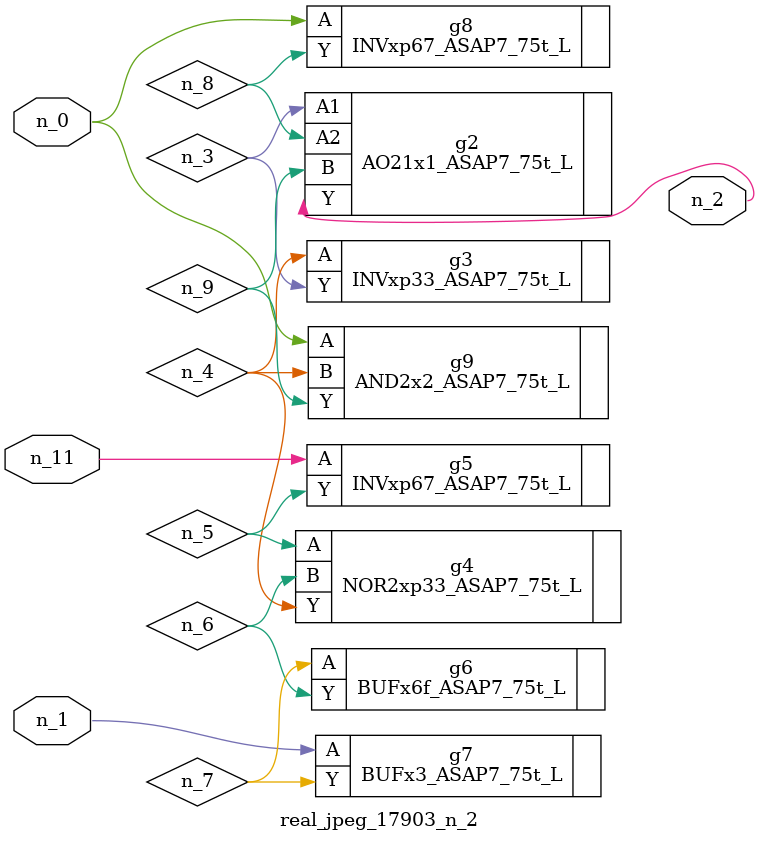
<source format=v>
module real_jpeg_17903_n_2 (n_1, n_11, n_0, n_2);

input n_1;
input n_11;
input n_0;

output n_2;

wire n_5;
wire n_8;
wire n_4;
wire n_6;
wire n_7;
wire n_3;
wire n_9;

INVxp67_ASAP7_75t_L g8 ( 
.A(n_0),
.Y(n_8)
);

AND2x2_ASAP7_75t_L g9 ( 
.A(n_0),
.B(n_4),
.Y(n_9)
);

BUFx3_ASAP7_75t_L g7 ( 
.A(n_1),
.Y(n_7)
);

AO21x1_ASAP7_75t_L g2 ( 
.A1(n_3),
.A2(n_8),
.B(n_9),
.Y(n_2)
);

INVxp33_ASAP7_75t_L g3 ( 
.A(n_4),
.Y(n_3)
);

NOR2xp33_ASAP7_75t_L g4 ( 
.A(n_5),
.B(n_6),
.Y(n_4)
);

BUFx6f_ASAP7_75t_L g6 ( 
.A(n_7),
.Y(n_6)
);

INVxp67_ASAP7_75t_L g5 ( 
.A(n_11),
.Y(n_5)
);


endmodule
</source>
